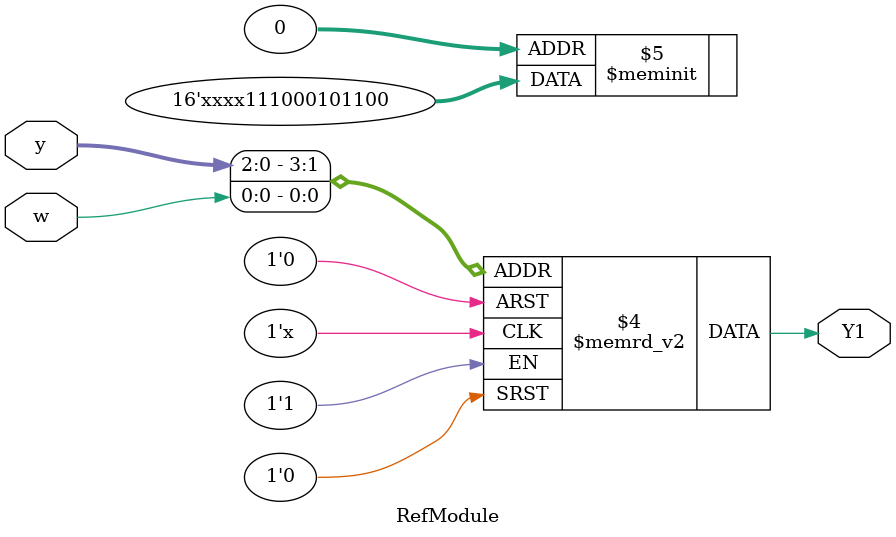
<source format=sv>

module RefModule (
  input [2:0] y,
  input w,
  output reg Y1
);

  always @(*) begin
    case ({y, w})
      4'h0: Y1 = 1'b0;
      4'h1: Y1 = 1'b0;
      4'h2: Y1 = 1'b1;
      4'h3: Y1 = 1'b1;
      4'h4: Y1 = 1'b0;
      4'h5: Y1 = 1'b1;
      4'h6: Y1 = 1'b0;
      4'h7: Y1 = 1'b0;
      4'h8: Y1 = 1'b0;
      4'h9: Y1 = 1'b1;
      4'ha: Y1 = 1'b1;
      4'hb: Y1 = 1'b1;
      default: Y1 = 1'bx;
    endcase
  end

endmodule


</source>
